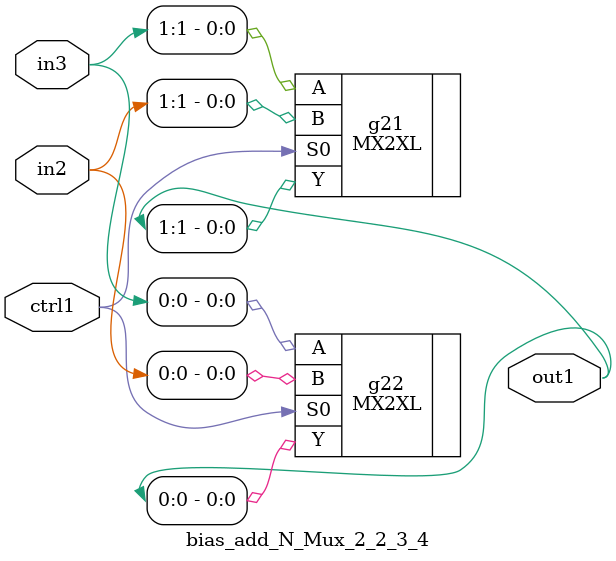
<source format=v>
`timescale 1ps / 1ps


module bias_add_N_Mux_2_2_3_4(in3, in2, ctrl1, out1);
  input [1:0] in3, in2;
  input ctrl1;
  output [1:0] out1;
  wire [1:0] in3, in2;
  wire ctrl1;
  wire [1:0] out1;
  MX2XL g21(.A (in3[1]), .B (in2[1]), .S0 (ctrl1), .Y (out1[1]));
  MX2XL g22(.A (in3[0]), .B (in2[0]), .S0 (ctrl1), .Y (out1[0]));
endmodule


</source>
